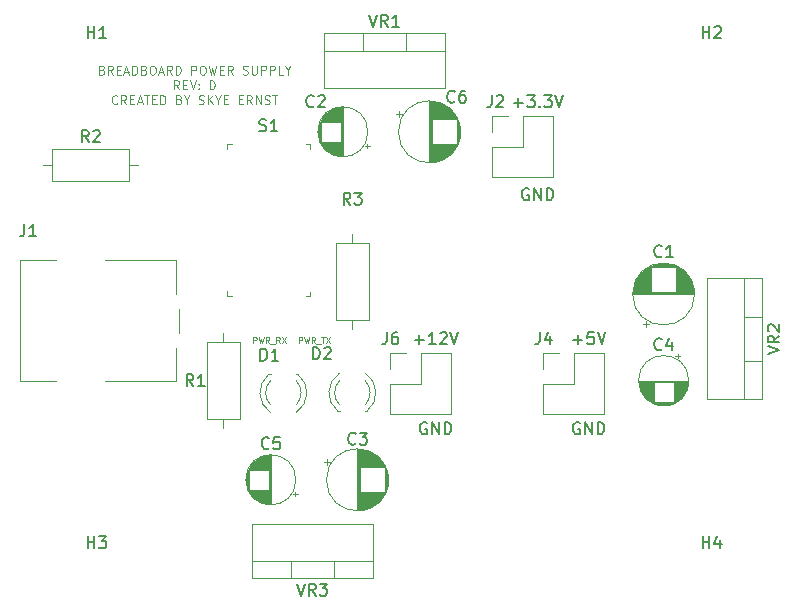
<source format=gbr>
G04 #@! TF.GenerationSoftware,KiCad,Pcbnew,(5.1.4)-1*
G04 #@! TF.CreationDate,2019-12-07T06:36:36-05:00*
G04 #@! TF.ProjectId,BBPSU_Dsch,42425053-555f-4447-9363-682e6b696361,rev?*
G04 #@! TF.SameCoordinates,Original*
G04 #@! TF.FileFunction,Legend,Top*
G04 #@! TF.FilePolarity,Positive*
%FSLAX46Y46*%
G04 Gerber Fmt 4.6, Leading zero omitted, Abs format (unit mm)*
G04 Created by KiCad (PCBNEW (5.1.4)-1) date 2019-12-07 06:36:36*
%MOMM*%
%LPD*%
G04 APERTURE LIST*
%ADD10C,0.125000*%
%ADD11C,0.150000*%
%ADD12C,0.120000*%
%ADD13C,0.100000*%
G04 APERTURE END LIST*
D10*
X49981428Y-29811428D02*
X50088571Y-29847142D01*
X50124285Y-29882857D01*
X50160000Y-29954285D01*
X50160000Y-30061428D01*
X50124285Y-30132857D01*
X50088571Y-30168571D01*
X50017142Y-30204285D01*
X49731428Y-30204285D01*
X49731428Y-29454285D01*
X49981428Y-29454285D01*
X50052857Y-29490000D01*
X50088571Y-29525714D01*
X50124285Y-29597142D01*
X50124285Y-29668571D01*
X50088571Y-29740000D01*
X50052857Y-29775714D01*
X49981428Y-29811428D01*
X49731428Y-29811428D01*
X50910000Y-30204285D02*
X50660000Y-29847142D01*
X50481428Y-30204285D02*
X50481428Y-29454285D01*
X50767142Y-29454285D01*
X50838571Y-29490000D01*
X50874285Y-29525714D01*
X50910000Y-29597142D01*
X50910000Y-29704285D01*
X50874285Y-29775714D01*
X50838571Y-29811428D01*
X50767142Y-29847142D01*
X50481428Y-29847142D01*
X51231428Y-29811428D02*
X51481428Y-29811428D01*
X51588571Y-30204285D02*
X51231428Y-30204285D01*
X51231428Y-29454285D01*
X51588571Y-29454285D01*
X51874285Y-29990000D02*
X52231428Y-29990000D01*
X51802857Y-30204285D02*
X52052857Y-29454285D01*
X52302857Y-30204285D01*
X52552857Y-30204285D02*
X52552857Y-29454285D01*
X52731428Y-29454285D01*
X52838571Y-29490000D01*
X52910000Y-29561428D01*
X52945714Y-29632857D01*
X52981428Y-29775714D01*
X52981428Y-29882857D01*
X52945714Y-30025714D01*
X52910000Y-30097142D01*
X52838571Y-30168571D01*
X52731428Y-30204285D01*
X52552857Y-30204285D01*
X53552857Y-29811428D02*
X53660000Y-29847142D01*
X53695714Y-29882857D01*
X53731428Y-29954285D01*
X53731428Y-30061428D01*
X53695714Y-30132857D01*
X53660000Y-30168571D01*
X53588571Y-30204285D01*
X53302857Y-30204285D01*
X53302857Y-29454285D01*
X53552857Y-29454285D01*
X53624285Y-29490000D01*
X53660000Y-29525714D01*
X53695714Y-29597142D01*
X53695714Y-29668571D01*
X53660000Y-29740000D01*
X53624285Y-29775714D01*
X53552857Y-29811428D01*
X53302857Y-29811428D01*
X54195714Y-29454285D02*
X54338571Y-29454285D01*
X54410000Y-29490000D01*
X54481428Y-29561428D01*
X54517142Y-29704285D01*
X54517142Y-29954285D01*
X54481428Y-30097142D01*
X54410000Y-30168571D01*
X54338571Y-30204285D01*
X54195714Y-30204285D01*
X54124285Y-30168571D01*
X54052857Y-30097142D01*
X54017142Y-29954285D01*
X54017142Y-29704285D01*
X54052857Y-29561428D01*
X54124285Y-29490000D01*
X54195714Y-29454285D01*
X54802857Y-29990000D02*
X55160000Y-29990000D01*
X54731428Y-30204285D02*
X54981428Y-29454285D01*
X55231428Y-30204285D01*
X55910000Y-30204285D02*
X55660000Y-29847142D01*
X55481428Y-30204285D02*
X55481428Y-29454285D01*
X55767142Y-29454285D01*
X55838571Y-29490000D01*
X55874285Y-29525714D01*
X55910000Y-29597142D01*
X55910000Y-29704285D01*
X55874285Y-29775714D01*
X55838571Y-29811428D01*
X55767142Y-29847142D01*
X55481428Y-29847142D01*
X56231428Y-30204285D02*
X56231428Y-29454285D01*
X56410000Y-29454285D01*
X56517142Y-29490000D01*
X56588571Y-29561428D01*
X56624285Y-29632857D01*
X56660000Y-29775714D01*
X56660000Y-29882857D01*
X56624285Y-30025714D01*
X56588571Y-30097142D01*
X56517142Y-30168571D01*
X56410000Y-30204285D01*
X56231428Y-30204285D01*
X57552857Y-30204285D02*
X57552857Y-29454285D01*
X57838571Y-29454285D01*
X57910000Y-29490000D01*
X57945714Y-29525714D01*
X57981428Y-29597142D01*
X57981428Y-29704285D01*
X57945714Y-29775714D01*
X57910000Y-29811428D01*
X57838571Y-29847142D01*
X57552857Y-29847142D01*
X58445714Y-29454285D02*
X58588571Y-29454285D01*
X58660000Y-29490000D01*
X58731428Y-29561428D01*
X58767142Y-29704285D01*
X58767142Y-29954285D01*
X58731428Y-30097142D01*
X58660000Y-30168571D01*
X58588571Y-30204285D01*
X58445714Y-30204285D01*
X58374285Y-30168571D01*
X58302857Y-30097142D01*
X58267142Y-29954285D01*
X58267142Y-29704285D01*
X58302857Y-29561428D01*
X58374285Y-29490000D01*
X58445714Y-29454285D01*
X59017142Y-29454285D02*
X59195714Y-30204285D01*
X59338571Y-29668571D01*
X59481428Y-30204285D01*
X59660000Y-29454285D01*
X59945714Y-29811428D02*
X60195714Y-29811428D01*
X60302857Y-30204285D02*
X59945714Y-30204285D01*
X59945714Y-29454285D01*
X60302857Y-29454285D01*
X61052857Y-30204285D02*
X60802857Y-29847142D01*
X60624285Y-30204285D02*
X60624285Y-29454285D01*
X60910000Y-29454285D01*
X60981428Y-29490000D01*
X61017142Y-29525714D01*
X61052857Y-29597142D01*
X61052857Y-29704285D01*
X61017142Y-29775714D01*
X60981428Y-29811428D01*
X60910000Y-29847142D01*
X60624285Y-29847142D01*
X61910000Y-30168571D02*
X62017142Y-30204285D01*
X62195714Y-30204285D01*
X62267142Y-30168571D01*
X62302857Y-30132857D01*
X62338571Y-30061428D01*
X62338571Y-29990000D01*
X62302857Y-29918571D01*
X62267142Y-29882857D01*
X62195714Y-29847142D01*
X62052857Y-29811428D01*
X61981428Y-29775714D01*
X61945714Y-29740000D01*
X61910000Y-29668571D01*
X61910000Y-29597142D01*
X61945714Y-29525714D01*
X61981428Y-29490000D01*
X62052857Y-29454285D01*
X62231428Y-29454285D01*
X62338571Y-29490000D01*
X62660000Y-29454285D02*
X62660000Y-30061428D01*
X62695714Y-30132857D01*
X62731428Y-30168571D01*
X62802857Y-30204285D01*
X62945714Y-30204285D01*
X63017142Y-30168571D01*
X63052857Y-30132857D01*
X63088571Y-30061428D01*
X63088571Y-29454285D01*
X63445714Y-30204285D02*
X63445714Y-29454285D01*
X63731428Y-29454285D01*
X63802857Y-29490000D01*
X63838571Y-29525714D01*
X63874285Y-29597142D01*
X63874285Y-29704285D01*
X63838571Y-29775714D01*
X63802857Y-29811428D01*
X63731428Y-29847142D01*
X63445714Y-29847142D01*
X64195714Y-30204285D02*
X64195714Y-29454285D01*
X64481428Y-29454285D01*
X64552857Y-29490000D01*
X64588571Y-29525714D01*
X64624285Y-29597142D01*
X64624285Y-29704285D01*
X64588571Y-29775714D01*
X64552857Y-29811428D01*
X64481428Y-29847142D01*
X64195714Y-29847142D01*
X65302857Y-30204285D02*
X64945714Y-30204285D01*
X64945714Y-29454285D01*
X65695714Y-29847142D02*
X65695714Y-30204285D01*
X65445714Y-29454285D02*
X65695714Y-29847142D01*
X65945714Y-29454285D01*
X56517142Y-31454285D02*
X56267142Y-31097142D01*
X56088571Y-31454285D02*
X56088571Y-30704285D01*
X56374285Y-30704285D01*
X56445714Y-30740000D01*
X56481428Y-30775714D01*
X56517142Y-30847142D01*
X56517142Y-30954285D01*
X56481428Y-31025714D01*
X56445714Y-31061428D01*
X56374285Y-31097142D01*
X56088571Y-31097142D01*
X56838571Y-31061428D02*
X57088571Y-31061428D01*
X57195714Y-31454285D02*
X56838571Y-31454285D01*
X56838571Y-30704285D01*
X57195714Y-30704285D01*
X57410000Y-30704285D02*
X57660000Y-31454285D01*
X57910000Y-30704285D01*
X58160000Y-31382857D02*
X58195714Y-31418571D01*
X58160000Y-31454285D01*
X58124285Y-31418571D01*
X58160000Y-31382857D01*
X58160000Y-31454285D01*
X58160000Y-30990000D02*
X58195714Y-31025714D01*
X58160000Y-31061428D01*
X58124285Y-31025714D01*
X58160000Y-30990000D01*
X58160000Y-31061428D01*
X59088571Y-31454285D02*
X59088571Y-30704285D01*
X59267142Y-30704285D01*
X59374285Y-30740000D01*
X59445714Y-30811428D01*
X59481428Y-30882857D01*
X59517142Y-31025714D01*
X59517142Y-31132857D01*
X59481428Y-31275714D01*
X59445714Y-31347142D01*
X59374285Y-31418571D01*
X59267142Y-31454285D01*
X59088571Y-31454285D01*
X51285000Y-32632857D02*
X51249285Y-32668571D01*
X51142142Y-32704285D01*
X51070714Y-32704285D01*
X50963571Y-32668571D01*
X50892142Y-32597142D01*
X50856428Y-32525714D01*
X50820714Y-32382857D01*
X50820714Y-32275714D01*
X50856428Y-32132857D01*
X50892142Y-32061428D01*
X50963571Y-31990000D01*
X51070714Y-31954285D01*
X51142142Y-31954285D01*
X51249285Y-31990000D01*
X51285000Y-32025714D01*
X52035000Y-32704285D02*
X51785000Y-32347142D01*
X51606428Y-32704285D02*
X51606428Y-31954285D01*
X51892142Y-31954285D01*
X51963571Y-31990000D01*
X51999285Y-32025714D01*
X52035000Y-32097142D01*
X52035000Y-32204285D01*
X51999285Y-32275714D01*
X51963571Y-32311428D01*
X51892142Y-32347142D01*
X51606428Y-32347142D01*
X52356428Y-32311428D02*
X52606428Y-32311428D01*
X52713571Y-32704285D02*
X52356428Y-32704285D01*
X52356428Y-31954285D01*
X52713571Y-31954285D01*
X52999285Y-32490000D02*
X53356428Y-32490000D01*
X52927857Y-32704285D02*
X53177857Y-31954285D01*
X53427857Y-32704285D01*
X53570714Y-31954285D02*
X53999285Y-31954285D01*
X53785000Y-32704285D02*
X53785000Y-31954285D01*
X54249285Y-32311428D02*
X54499285Y-32311428D01*
X54606428Y-32704285D02*
X54249285Y-32704285D01*
X54249285Y-31954285D01*
X54606428Y-31954285D01*
X54927857Y-32704285D02*
X54927857Y-31954285D01*
X55106428Y-31954285D01*
X55213571Y-31990000D01*
X55285000Y-32061428D01*
X55320714Y-32132857D01*
X55356428Y-32275714D01*
X55356428Y-32382857D01*
X55320714Y-32525714D01*
X55285000Y-32597142D01*
X55213571Y-32668571D01*
X55106428Y-32704285D01*
X54927857Y-32704285D01*
X56499285Y-32311428D02*
X56606428Y-32347142D01*
X56642142Y-32382857D01*
X56677857Y-32454285D01*
X56677857Y-32561428D01*
X56642142Y-32632857D01*
X56606428Y-32668571D01*
X56535000Y-32704285D01*
X56249285Y-32704285D01*
X56249285Y-31954285D01*
X56499285Y-31954285D01*
X56570714Y-31990000D01*
X56606428Y-32025714D01*
X56642142Y-32097142D01*
X56642142Y-32168571D01*
X56606428Y-32240000D01*
X56570714Y-32275714D01*
X56499285Y-32311428D01*
X56249285Y-32311428D01*
X57142142Y-32347142D02*
X57142142Y-32704285D01*
X56892142Y-31954285D02*
X57142142Y-32347142D01*
X57392142Y-31954285D01*
X58177857Y-32668571D02*
X58285000Y-32704285D01*
X58463571Y-32704285D01*
X58535000Y-32668571D01*
X58570714Y-32632857D01*
X58606428Y-32561428D01*
X58606428Y-32490000D01*
X58570714Y-32418571D01*
X58535000Y-32382857D01*
X58463571Y-32347142D01*
X58320714Y-32311428D01*
X58249285Y-32275714D01*
X58213571Y-32240000D01*
X58177857Y-32168571D01*
X58177857Y-32097142D01*
X58213571Y-32025714D01*
X58249285Y-31990000D01*
X58320714Y-31954285D01*
X58499285Y-31954285D01*
X58606428Y-31990000D01*
X58927857Y-32704285D02*
X58927857Y-31954285D01*
X59356428Y-32704285D02*
X59035000Y-32275714D01*
X59356428Y-31954285D02*
X58927857Y-32382857D01*
X59820714Y-32347142D02*
X59820714Y-32704285D01*
X59570714Y-31954285D02*
X59820714Y-32347142D01*
X60070714Y-31954285D01*
X60320714Y-32311428D02*
X60570714Y-32311428D01*
X60677857Y-32704285D02*
X60320714Y-32704285D01*
X60320714Y-31954285D01*
X60677857Y-31954285D01*
X61570714Y-32311428D02*
X61820714Y-32311428D01*
X61927857Y-32704285D02*
X61570714Y-32704285D01*
X61570714Y-31954285D01*
X61927857Y-31954285D01*
X62677857Y-32704285D02*
X62427857Y-32347142D01*
X62249285Y-32704285D02*
X62249285Y-31954285D01*
X62535000Y-31954285D01*
X62606428Y-31990000D01*
X62642142Y-32025714D01*
X62677857Y-32097142D01*
X62677857Y-32204285D01*
X62642142Y-32275714D01*
X62606428Y-32311428D01*
X62535000Y-32347142D01*
X62249285Y-32347142D01*
X62999285Y-32704285D02*
X62999285Y-31954285D01*
X63427857Y-32704285D01*
X63427857Y-31954285D01*
X63749285Y-32668571D02*
X63856428Y-32704285D01*
X64035000Y-32704285D01*
X64106428Y-32668571D01*
X64142142Y-32632857D01*
X64177857Y-32561428D01*
X64177857Y-32490000D01*
X64142142Y-32418571D01*
X64106428Y-32382857D01*
X64035000Y-32347142D01*
X63892142Y-32311428D01*
X63820714Y-32275714D01*
X63785000Y-32240000D01*
X63749285Y-32168571D01*
X63749285Y-32097142D01*
X63785000Y-32025714D01*
X63820714Y-31990000D01*
X63892142Y-31954285D01*
X64070714Y-31954285D01*
X64177857Y-31990000D01*
X64392142Y-31954285D02*
X64820714Y-31954285D01*
X64606428Y-32704285D02*
X64606428Y-31954285D01*
X66659285Y-52931190D02*
X66659285Y-52431190D01*
X66849761Y-52431190D01*
X66897380Y-52455000D01*
X66921190Y-52478809D01*
X66945000Y-52526428D01*
X66945000Y-52597857D01*
X66921190Y-52645476D01*
X66897380Y-52669285D01*
X66849761Y-52693095D01*
X66659285Y-52693095D01*
X67111666Y-52431190D02*
X67230714Y-52931190D01*
X67325952Y-52574047D01*
X67421190Y-52931190D01*
X67540238Y-52431190D01*
X68016428Y-52931190D02*
X67849761Y-52693095D01*
X67730714Y-52931190D02*
X67730714Y-52431190D01*
X67921190Y-52431190D01*
X67968809Y-52455000D01*
X67992619Y-52478809D01*
X68016428Y-52526428D01*
X68016428Y-52597857D01*
X67992619Y-52645476D01*
X67968809Y-52669285D01*
X67921190Y-52693095D01*
X67730714Y-52693095D01*
X68111666Y-52978809D02*
X68492619Y-52978809D01*
X68540238Y-52431190D02*
X68825952Y-52431190D01*
X68683095Y-52931190D02*
X68683095Y-52431190D01*
X68945000Y-52431190D02*
X69278333Y-52931190D01*
X69278333Y-52431190D02*
X68945000Y-52931190D01*
X62789761Y-52931190D02*
X62789761Y-52431190D01*
X62980238Y-52431190D01*
X63027857Y-52455000D01*
X63051666Y-52478809D01*
X63075476Y-52526428D01*
X63075476Y-52597857D01*
X63051666Y-52645476D01*
X63027857Y-52669285D01*
X62980238Y-52693095D01*
X62789761Y-52693095D01*
X63242142Y-52431190D02*
X63361190Y-52931190D01*
X63456428Y-52574047D01*
X63551666Y-52931190D01*
X63670714Y-52431190D01*
X64146904Y-52931190D02*
X63980238Y-52693095D01*
X63861190Y-52931190D02*
X63861190Y-52431190D01*
X64051666Y-52431190D01*
X64099285Y-52455000D01*
X64123095Y-52478809D01*
X64146904Y-52526428D01*
X64146904Y-52597857D01*
X64123095Y-52645476D01*
X64099285Y-52669285D01*
X64051666Y-52693095D01*
X63861190Y-52693095D01*
X64242142Y-52978809D02*
X64623095Y-52978809D01*
X65027857Y-52931190D02*
X64861190Y-52693095D01*
X64742142Y-52931190D02*
X64742142Y-52431190D01*
X64932619Y-52431190D01*
X64980238Y-52455000D01*
X65004047Y-52478809D01*
X65027857Y-52526428D01*
X65027857Y-52597857D01*
X65004047Y-52645476D01*
X64980238Y-52669285D01*
X64932619Y-52693095D01*
X64742142Y-52693095D01*
X65194523Y-52431190D02*
X65527857Y-52931190D01*
X65527857Y-52431190D02*
X65194523Y-52931190D01*
D11*
X86106095Y-39886000D02*
X86010857Y-39838380D01*
X85868000Y-39838380D01*
X85725142Y-39886000D01*
X85629904Y-39981238D01*
X85582285Y-40076476D01*
X85534666Y-40266952D01*
X85534666Y-40409809D01*
X85582285Y-40600285D01*
X85629904Y-40695523D01*
X85725142Y-40790761D01*
X85868000Y-40838380D01*
X85963238Y-40838380D01*
X86106095Y-40790761D01*
X86153714Y-40743142D01*
X86153714Y-40409809D01*
X85963238Y-40409809D01*
X86582285Y-40838380D02*
X86582285Y-39838380D01*
X87153714Y-40838380D01*
X87153714Y-39838380D01*
X87629904Y-40838380D02*
X87629904Y-39838380D01*
X87868000Y-39838380D01*
X88010857Y-39886000D01*
X88106095Y-39981238D01*
X88153714Y-40076476D01*
X88201333Y-40266952D01*
X88201333Y-40409809D01*
X88153714Y-40600285D01*
X88106095Y-40695523D01*
X88010857Y-40790761D01*
X87868000Y-40838380D01*
X87629904Y-40838380D01*
X84868000Y-32583428D02*
X85629904Y-32583428D01*
X85248952Y-32964380D02*
X85248952Y-32202476D01*
X86010857Y-31964380D02*
X86629904Y-31964380D01*
X86296571Y-32345333D01*
X86439428Y-32345333D01*
X86534666Y-32392952D01*
X86582285Y-32440571D01*
X86629904Y-32535809D01*
X86629904Y-32773904D01*
X86582285Y-32869142D01*
X86534666Y-32916761D01*
X86439428Y-32964380D01*
X86153714Y-32964380D01*
X86058476Y-32916761D01*
X86010857Y-32869142D01*
X87058476Y-32869142D02*
X87106095Y-32916761D01*
X87058476Y-32964380D01*
X87010857Y-32916761D01*
X87058476Y-32869142D01*
X87058476Y-32964380D01*
X87439428Y-31964380D02*
X88058476Y-31964380D01*
X87725142Y-32345333D01*
X87868000Y-32345333D01*
X87963238Y-32392952D01*
X88010857Y-32440571D01*
X88058476Y-32535809D01*
X88058476Y-32773904D01*
X88010857Y-32869142D01*
X87963238Y-32916761D01*
X87868000Y-32964380D01*
X87582285Y-32964380D01*
X87487047Y-32916761D01*
X87439428Y-32869142D01*
X88344190Y-31964380D02*
X88677523Y-32964380D01*
X89010857Y-31964380D01*
X90424095Y-59698000D02*
X90328857Y-59650380D01*
X90186000Y-59650380D01*
X90043142Y-59698000D01*
X89947904Y-59793238D01*
X89900285Y-59888476D01*
X89852666Y-60078952D01*
X89852666Y-60221809D01*
X89900285Y-60412285D01*
X89947904Y-60507523D01*
X90043142Y-60602761D01*
X90186000Y-60650380D01*
X90281238Y-60650380D01*
X90424095Y-60602761D01*
X90471714Y-60555142D01*
X90471714Y-60221809D01*
X90281238Y-60221809D01*
X90900285Y-60650380D02*
X90900285Y-59650380D01*
X91471714Y-60650380D01*
X91471714Y-59650380D01*
X91947904Y-60650380D02*
X91947904Y-59650380D01*
X92186000Y-59650380D01*
X92328857Y-59698000D01*
X92424095Y-59793238D01*
X92471714Y-59888476D01*
X92519333Y-60078952D01*
X92519333Y-60221809D01*
X92471714Y-60412285D01*
X92424095Y-60507523D01*
X92328857Y-60602761D01*
X92186000Y-60650380D01*
X91947904Y-60650380D01*
X89900285Y-52649428D02*
X90662190Y-52649428D01*
X90281238Y-53030380D02*
X90281238Y-52268476D01*
X91614571Y-52030380D02*
X91138380Y-52030380D01*
X91090761Y-52506571D01*
X91138380Y-52458952D01*
X91233619Y-52411333D01*
X91471714Y-52411333D01*
X91566952Y-52458952D01*
X91614571Y-52506571D01*
X91662190Y-52601809D01*
X91662190Y-52839904D01*
X91614571Y-52935142D01*
X91566952Y-52982761D01*
X91471714Y-53030380D01*
X91233619Y-53030380D01*
X91138380Y-52982761D01*
X91090761Y-52935142D01*
X91947904Y-52030380D02*
X92281238Y-53030380D01*
X92614571Y-52030380D01*
X77470095Y-59698000D02*
X77374857Y-59650380D01*
X77232000Y-59650380D01*
X77089142Y-59698000D01*
X76993904Y-59793238D01*
X76946285Y-59888476D01*
X76898666Y-60078952D01*
X76898666Y-60221809D01*
X76946285Y-60412285D01*
X76993904Y-60507523D01*
X77089142Y-60602761D01*
X77232000Y-60650380D01*
X77327238Y-60650380D01*
X77470095Y-60602761D01*
X77517714Y-60555142D01*
X77517714Y-60221809D01*
X77327238Y-60221809D01*
X77946285Y-60650380D02*
X77946285Y-59650380D01*
X78517714Y-60650380D01*
X78517714Y-59650380D01*
X78993904Y-60650380D02*
X78993904Y-59650380D01*
X79232000Y-59650380D01*
X79374857Y-59698000D01*
X79470095Y-59793238D01*
X79517714Y-59888476D01*
X79565333Y-60078952D01*
X79565333Y-60221809D01*
X79517714Y-60412285D01*
X79470095Y-60507523D01*
X79374857Y-60602761D01*
X79232000Y-60650380D01*
X78993904Y-60650380D01*
X76470095Y-52649428D02*
X77232000Y-52649428D01*
X76851047Y-53030380D02*
X76851047Y-52268476D01*
X78232000Y-53030380D02*
X77660571Y-53030380D01*
X77946285Y-53030380D02*
X77946285Y-52030380D01*
X77851047Y-52173238D01*
X77755809Y-52268476D01*
X77660571Y-52316095D01*
X78612952Y-52125619D02*
X78660571Y-52078000D01*
X78755809Y-52030380D01*
X78993904Y-52030380D01*
X79089142Y-52078000D01*
X79136761Y-52125619D01*
X79184380Y-52220857D01*
X79184380Y-52316095D01*
X79136761Y-52458952D01*
X78565333Y-53030380D01*
X79184380Y-53030380D01*
X79470095Y-52030380D02*
X79803428Y-53030380D01*
X80136761Y-52030380D01*
D12*
X82998000Y-38922000D02*
X82998000Y-36322000D01*
X82998000Y-38922000D02*
X88198000Y-38922000D01*
X88198000Y-38922000D02*
X88198000Y-33722000D01*
X85598000Y-33722000D02*
X88198000Y-33722000D01*
X85598000Y-36322000D02*
X85598000Y-33722000D01*
X82998000Y-36322000D02*
X85598000Y-36322000D01*
X82998000Y-33722000D02*
X84328000Y-33722000D01*
X82998000Y-35052000D02*
X82998000Y-33722000D01*
X100156000Y-48788000D02*
G75*
G03X100156000Y-48788000I-2620000J0D01*
G01*
X94956000Y-48788000D02*
X100116000Y-48788000D01*
X94956000Y-48748000D02*
X100116000Y-48748000D01*
X94957000Y-48708000D02*
X100115000Y-48708000D01*
X94958000Y-48668000D02*
X100114000Y-48668000D01*
X94960000Y-48628000D02*
X100112000Y-48628000D01*
X94963000Y-48588000D02*
X100109000Y-48588000D01*
X94967000Y-48548000D02*
X96496000Y-48548000D01*
X98576000Y-48548000D02*
X100105000Y-48548000D01*
X94971000Y-48508000D02*
X96496000Y-48508000D01*
X98576000Y-48508000D02*
X100101000Y-48508000D01*
X94975000Y-48468000D02*
X96496000Y-48468000D01*
X98576000Y-48468000D02*
X100097000Y-48468000D01*
X94980000Y-48428000D02*
X96496000Y-48428000D01*
X98576000Y-48428000D02*
X100092000Y-48428000D01*
X94986000Y-48388000D02*
X96496000Y-48388000D01*
X98576000Y-48388000D02*
X100086000Y-48388000D01*
X94993000Y-48348000D02*
X96496000Y-48348000D01*
X98576000Y-48348000D02*
X100079000Y-48348000D01*
X95000000Y-48308000D02*
X96496000Y-48308000D01*
X98576000Y-48308000D02*
X100072000Y-48308000D01*
X95008000Y-48268000D02*
X96496000Y-48268000D01*
X98576000Y-48268000D02*
X100064000Y-48268000D01*
X95016000Y-48228000D02*
X96496000Y-48228000D01*
X98576000Y-48228000D02*
X100056000Y-48228000D01*
X95025000Y-48188000D02*
X96496000Y-48188000D01*
X98576000Y-48188000D02*
X100047000Y-48188000D01*
X95035000Y-48148000D02*
X96496000Y-48148000D01*
X98576000Y-48148000D02*
X100037000Y-48148000D01*
X95045000Y-48108000D02*
X96496000Y-48108000D01*
X98576000Y-48108000D02*
X100027000Y-48108000D01*
X95056000Y-48067000D02*
X96496000Y-48067000D01*
X98576000Y-48067000D02*
X100016000Y-48067000D01*
X95068000Y-48027000D02*
X96496000Y-48027000D01*
X98576000Y-48027000D02*
X100004000Y-48027000D01*
X95081000Y-47987000D02*
X96496000Y-47987000D01*
X98576000Y-47987000D02*
X99991000Y-47987000D01*
X95094000Y-47947000D02*
X96496000Y-47947000D01*
X98576000Y-47947000D02*
X99978000Y-47947000D01*
X95108000Y-47907000D02*
X96496000Y-47907000D01*
X98576000Y-47907000D02*
X99964000Y-47907000D01*
X95122000Y-47867000D02*
X96496000Y-47867000D01*
X98576000Y-47867000D02*
X99950000Y-47867000D01*
X95138000Y-47827000D02*
X96496000Y-47827000D01*
X98576000Y-47827000D02*
X99934000Y-47827000D01*
X95154000Y-47787000D02*
X96496000Y-47787000D01*
X98576000Y-47787000D02*
X99918000Y-47787000D01*
X95171000Y-47747000D02*
X96496000Y-47747000D01*
X98576000Y-47747000D02*
X99901000Y-47747000D01*
X95188000Y-47707000D02*
X96496000Y-47707000D01*
X98576000Y-47707000D02*
X99884000Y-47707000D01*
X95207000Y-47667000D02*
X96496000Y-47667000D01*
X98576000Y-47667000D02*
X99865000Y-47667000D01*
X95226000Y-47627000D02*
X96496000Y-47627000D01*
X98576000Y-47627000D02*
X99846000Y-47627000D01*
X95246000Y-47587000D02*
X96496000Y-47587000D01*
X98576000Y-47587000D02*
X99826000Y-47587000D01*
X95268000Y-47547000D02*
X96496000Y-47547000D01*
X98576000Y-47547000D02*
X99804000Y-47547000D01*
X95289000Y-47507000D02*
X96496000Y-47507000D01*
X98576000Y-47507000D02*
X99783000Y-47507000D01*
X95312000Y-47467000D02*
X96496000Y-47467000D01*
X98576000Y-47467000D02*
X99760000Y-47467000D01*
X95336000Y-47427000D02*
X96496000Y-47427000D01*
X98576000Y-47427000D02*
X99736000Y-47427000D01*
X95361000Y-47387000D02*
X96496000Y-47387000D01*
X98576000Y-47387000D02*
X99711000Y-47387000D01*
X95387000Y-47347000D02*
X96496000Y-47347000D01*
X98576000Y-47347000D02*
X99685000Y-47347000D01*
X95414000Y-47307000D02*
X96496000Y-47307000D01*
X98576000Y-47307000D02*
X99658000Y-47307000D01*
X95441000Y-47267000D02*
X96496000Y-47267000D01*
X98576000Y-47267000D02*
X99631000Y-47267000D01*
X95471000Y-47227000D02*
X96496000Y-47227000D01*
X98576000Y-47227000D02*
X99601000Y-47227000D01*
X95501000Y-47187000D02*
X96496000Y-47187000D01*
X98576000Y-47187000D02*
X99571000Y-47187000D01*
X95532000Y-47147000D02*
X96496000Y-47147000D01*
X98576000Y-47147000D02*
X99540000Y-47147000D01*
X95565000Y-47107000D02*
X96496000Y-47107000D01*
X98576000Y-47107000D02*
X99507000Y-47107000D01*
X95599000Y-47067000D02*
X96496000Y-47067000D01*
X98576000Y-47067000D02*
X99473000Y-47067000D01*
X95635000Y-47027000D02*
X96496000Y-47027000D01*
X98576000Y-47027000D02*
X99437000Y-47027000D01*
X95672000Y-46987000D02*
X96496000Y-46987000D01*
X98576000Y-46987000D02*
X99400000Y-46987000D01*
X95710000Y-46947000D02*
X96496000Y-46947000D01*
X98576000Y-46947000D02*
X99362000Y-46947000D01*
X95751000Y-46907000D02*
X96496000Y-46907000D01*
X98576000Y-46907000D02*
X99321000Y-46907000D01*
X95793000Y-46867000D02*
X96496000Y-46867000D01*
X98576000Y-46867000D02*
X99279000Y-46867000D01*
X95837000Y-46827000D02*
X96496000Y-46827000D01*
X98576000Y-46827000D02*
X99235000Y-46827000D01*
X95883000Y-46787000D02*
X96496000Y-46787000D01*
X98576000Y-46787000D02*
X99189000Y-46787000D01*
X95931000Y-46747000D02*
X96496000Y-46747000D01*
X98576000Y-46747000D02*
X99141000Y-46747000D01*
X95982000Y-46707000D02*
X96496000Y-46707000D01*
X98576000Y-46707000D02*
X99090000Y-46707000D01*
X96036000Y-46667000D02*
X96496000Y-46667000D01*
X98576000Y-46667000D02*
X99036000Y-46667000D01*
X96093000Y-46627000D02*
X96496000Y-46627000D01*
X98576000Y-46627000D02*
X98979000Y-46627000D01*
X96153000Y-46587000D02*
X96496000Y-46587000D01*
X98576000Y-46587000D02*
X98919000Y-46587000D01*
X96217000Y-46547000D02*
X96496000Y-46547000D01*
X98576000Y-46547000D02*
X98855000Y-46547000D01*
X96285000Y-46507000D02*
X96496000Y-46507000D01*
X98576000Y-46507000D02*
X98787000Y-46507000D01*
X96358000Y-46467000D02*
X98714000Y-46467000D01*
X96438000Y-46427000D02*
X98634000Y-46427000D01*
X96525000Y-46387000D02*
X98547000Y-46387000D01*
X96621000Y-46347000D02*
X98451000Y-46347000D01*
X96731000Y-46307000D02*
X98341000Y-46307000D01*
X96859000Y-46267000D02*
X98213000Y-46267000D01*
X97018000Y-46227000D02*
X98054000Y-46227000D01*
X97252000Y-46187000D02*
X97820000Y-46187000D01*
X96061000Y-51592775D02*
X96061000Y-51092775D01*
X95811000Y-51342775D02*
X96311000Y-51342775D01*
X72494000Y-35052000D02*
G75*
G03X72494000Y-35052000I-2120000J0D01*
G01*
X70374000Y-37132000D02*
X70374000Y-32972000D01*
X70334000Y-37132000D02*
X70334000Y-32972000D01*
X70294000Y-37131000D02*
X70294000Y-32973000D01*
X70254000Y-37129000D02*
X70254000Y-32975000D01*
X70214000Y-37126000D02*
X70214000Y-32978000D01*
X70174000Y-37123000D02*
X70174000Y-35892000D01*
X70174000Y-34212000D02*
X70174000Y-32981000D01*
X70134000Y-37119000D02*
X70134000Y-35892000D01*
X70134000Y-34212000D02*
X70134000Y-32985000D01*
X70094000Y-37114000D02*
X70094000Y-35892000D01*
X70094000Y-34212000D02*
X70094000Y-32990000D01*
X70054000Y-37108000D02*
X70054000Y-35892000D01*
X70054000Y-34212000D02*
X70054000Y-32996000D01*
X70014000Y-37102000D02*
X70014000Y-35892000D01*
X70014000Y-34212000D02*
X70014000Y-33002000D01*
X69974000Y-37094000D02*
X69974000Y-35892000D01*
X69974000Y-34212000D02*
X69974000Y-33010000D01*
X69934000Y-37086000D02*
X69934000Y-35892000D01*
X69934000Y-34212000D02*
X69934000Y-33018000D01*
X69894000Y-37077000D02*
X69894000Y-35892000D01*
X69894000Y-34212000D02*
X69894000Y-33027000D01*
X69854000Y-37068000D02*
X69854000Y-35892000D01*
X69854000Y-34212000D02*
X69854000Y-33036000D01*
X69814000Y-37057000D02*
X69814000Y-35892000D01*
X69814000Y-34212000D02*
X69814000Y-33047000D01*
X69774000Y-37046000D02*
X69774000Y-35892000D01*
X69774000Y-34212000D02*
X69774000Y-33058000D01*
X69734000Y-37034000D02*
X69734000Y-35892000D01*
X69734000Y-34212000D02*
X69734000Y-33070000D01*
X69694000Y-37020000D02*
X69694000Y-35892000D01*
X69694000Y-34212000D02*
X69694000Y-33084000D01*
X69653000Y-37006000D02*
X69653000Y-35892000D01*
X69653000Y-34212000D02*
X69653000Y-33098000D01*
X69613000Y-36992000D02*
X69613000Y-35892000D01*
X69613000Y-34212000D02*
X69613000Y-33112000D01*
X69573000Y-36976000D02*
X69573000Y-35892000D01*
X69573000Y-34212000D02*
X69573000Y-33128000D01*
X69533000Y-36959000D02*
X69533000Y-35892000D01*
X69533000Y-34212000D02*
X69533000Y-33145000D01*
X69493000Y-36941000D02*
X69493000Y-35892000D01*
X69493000Y-34212000D02*
X69493000Y-33163000D01*
X69453000Y-36922000D02*
X69453000Y-35892000D01*
X69453000Y-34212000D02*
X69453000Y-33182000D01*
X69413000Y-36903000D02*
X69413000Y-35892000D01*
X69413000Y-34212000D02*
X69413000Y-33201000D01*
X69373000Y-36882000D02*
X69373000Y-35892000D01*
X69373000Y-34212000D02*
X69373000Y-33222000D01*
X69333000Y-36860000D02*
X69333000Y-35892000D01*
X69333000Y-34212000D02*
X69333000Y-33244000D01*
X69293000Y-36837000D02*
X69293000Y-35892000D01*
X69293000Y-34212000D02*
X69293000Y-33267000D01*
X69253000Y-36812000D02*
X69253000Y-35892000D01*
X69253000Y-34212000D02*
X69253000Y-33292000D01*
X69213000Y-36787000D02*
X69213000Y-35892000D01*
X69213000Y-34212000D02*
X69213000Y-33317000D01*
X69173000Y-36760000D02*
X69173000Y-35892000D01*
X69173000Y-34212000D02*
X69173000Y-33344000D01*
X69133000Y-36732000D02*
X69133000Y-35892000D01*
X69133000Y-34212000D02*
X69133000Y-33372000D01*
X69093000Y-36702000D02*
X69093000Y-35892000D01*
X69093000Y-34212000D02*
X69093000Y-33402000D01*
X69053000Y-36671000D02*
X69053000Y-35892000D01*
X69053000Y-34212000D02*
X69053000Y-33433000D01*
X69013000Y-36639000D02*
X69013000Y-35892000D01*
X69013000Y-34212000D02*
X69013000Y-33465000D01*
X68973000Y-36604000D02*
X68973000Y-35892000D01*
X68973000Y-34212000D02*
X68973000Y-33500000D01*
X68933000Y-36568000D02*
X68933000Y-35892000D01*
X68933000Y-34212000D02*
X68933000Y-33536000D01*
X68893000Y-36530000D02*
X68893000Y-35892000D01*
X68893000Y-34212000D02*
X68893000Y-33574000D01*
X68853000Y-36490000D02*
X68853000Y-35892000D01*
X68853000Y-34212000D02*
X68853000Y-33614000D01*
X68813000Y-36448000D02*
X68813000Y-35892000D01*
X68813000Y-34212000D02*
X68813000Y-33656000D01*
X68773000Y-36403000D02*
X68773000Y-35892000D01*
X68773000Y-34212000D02*
X68773000Y-33701000D01*
X68733000Y-36356000D02*
X68733000Y-35892000D01*
X68733000Y-34212000D02*
X68733000Y-33748000D01*
X68693000Y-36306000D02*
X68693000Y-35892000D01*
X68693000Y-34212000D02*
X68693000Y-33798000D01*
X68653000Y-36252000D02*
X68653000Y-35892000D01*
X68653000Y-34212000D02*
X68653000Y-33852000D01*
X68613000Y-36194000D02*
X68613000Y-35892000D01*
X68613000Y-34212000D02*
X68613000Y-33910000D01*
X68573000Y-36132000D02*
X68573000Y-35892000D01*
X68573000Y-34212000D02*
X68573000Y-33972000D01*
X68533000Y-36065000D02*
X68533000Y-34039000D01*
X68493000Y-35992000D02*
X68493000Y-34112000D01*
X68453000Y-35911000D02*
X68453000Y-34193000D01*
X68413000Y-35820000D02*
X68413000Y-34284000D01*
X68373000Y-35716000D02*
X68373000Y-34388000D01*
X68333000Y-35589000D02*
X68333000Y-34515000D01*
X68293000Y-35422000D02*
X68293000Y-34682000D01*
X72643801Y-36247000D02*
X72243801Y-36247000D01*
X72443801Y-36447000D02*
X72443801Y-36047000D01*
X74228000Y-64516000D02*
G75*
G03X74228000Y-64516000I-2620000J0D01*
G01*
X71608000Y-61936000D02*
X71608000Y-67096000D01*
X71648000Y-61936000D02*
X71648000Y-67096000D01*
X71688000Y-61937000D02*
X71688000Y-67095000D01*
X71728000Y-61938000D02*
X71728000Y-67094000D01*
X71768000Y-61940000D02*
X71768000Y-67092000D01*
X71808000Y-61943000D02*
X71808000Y-67089000D01*
X71848000Y-61947000D02*
X71848000Y-63476000D01*
X71848000Y-65556000D02*
X71848000Y-67085000D01*
X71888000Y-61951000D02*
X71888000Y-63476000D01*
X71888000Y-65556000D02*
X71888000Y-67081000D01*
X71928000Y-61955000D02*
X71928000Y-63476000D01*
X71928000Y-65556000D02*
X71928000Y-67077000D01*
X71968000Y-61960000D02*
X71968000Y-63476000D01*
X71968000Y-65556000D02*
X71968000Y-67072000D01*
X72008000Y-61966000D02*
X72008000Y-63476000D01*
X72008000Y-65556000D02*
X72008000Y-67066000D01*
X72048000Y-61973000D02*
X72048000Y-63476000D01*
X72048000Y-65556000D02*
X72048000Y-67059000D01*
X72088000Y-61980000D02*
X72088000Y-63476000D01*
X72088000Y-65556000D02*
X72088000Y-67052000D01*
X72128000Y-61988000D02*
X72128000Y-63476000D01*
X72128000Y-65556000D02*
X72128000Y-67044000D01*
X72168000Y-61996000D02*
X72168000Y-63476000D01*
X72168000Y-65556000D02*
X72168000Y-67036000D01*
X72208000Y-62005000D02*
X72208000Y-63476000D01*
X72208000Y-65556000D02*
X72208000Y-67027000D01*
X72248000Y-62015000D02*
X72248000Y-63476000D01*
X72248000Y-65556000D02*
X72248000Y-67017000D01*
X72288000Y-62025000D02*
X72288000Y-63476000D01*
X72288000Y-65556000D02*
X72288000Y-67007000D01*
X72329000Y-62036000D02*
X72329000Y-63476000D01*
X72329000Y-65556000D02*
X72329000Y-66996000D01*
X72369000Y-62048000D02*
X72369000Y-63476000D01*
X72369000Y-65556000D02*
X72369000Y-66984000D01*
X72409000Y-62061000D02*
X72409000Y-63476000D01*
X72409000Y-65556000D02*
X72409000Y-66971000D01*
X72449000Y-62074000D02*
X72449000Y-63476000D01*
X72449000Y-65556000D02*
X72449000Y-66958000D01*
X72489000Y-62088000D02*
X72489000Y-63476000D01*
X72489000Y-65556000D02*
X72489000Y-66944000D01*
X72529000Y-62102000D02*
X72529000Y-63476000D01*
X72529000Y-65556000D02*
X72529000Y-66930000D01*
X72569000Y-62118000D02*
X72569000Y-63476000D01*
X72569000Y-65556000D02*
X72569000Y-66914000D01*
X72609000Y-62134000D02*
X72609000Y-63476000D01*
X72609000Y-65556000D02*
X72609000Y-66898000D01*
X72649000Y-62151000D02*
X72649000Y-63476000D01*
X72649000Y-65556000D02*
X72649000Y-66881000D01*
X72689000Y-62168000D02*
X72689000Y-63476000D01*
X72689000Y-65556000D02*
X72689000Y-66864000D01*
X72729000Y-62187000D02*
X72729000Y-63476000D01*
X72729000Y-65556000D02*
X72729000Y-66845000D01*
X72769000Y-62206000D02*
X72769000Y-63476000D01*
X72769000Y-65556000D02*
X72769000Y-66826000D01*
X72809000Y-62226000D02*
X72809000Y-63476000D01*
X72809000Y-65556000D02*
X72809000Y-66806000D01*
X72849000Y-62248000D02*
X72849000Y-63476000D01*
X72849000Y-65556000D02*
X72849000Y-66784000D01*
X72889000Y-62269000D02*
X72889000Y-63476000D01*
X72889000Y-65556000D02*
X72889000Y-66763000D01*
X72929000Y-62292000D02*
X72929000Y-63476000D01*
X72929000Y-65556000D02*
X72929000Y-66740000D01*
X72969000Y-62316000D02*
X72969000Y-63476000D01*
X72969000Y-65556000D02*
X72969000Y-66716000D01*
X73009000Y-62341000D02*
X73009000Y-63476000D01*
X73009000Y-65556000D02*
X73009000Y-66691000D01*
X73049000Y-62367000D02*
X73049000Y-63476000D01*
X73049000Y-65556000D02*
X73049000Y-66665000D01*
X73089000Y-62394000D02*
X73089000Y-63476000D01*
X73089000Y-65556000D02*
X73089000Y-66638000D01*
X73129000Y-62421000D02*
X73129000Y-63476000D01*
X73129000Y-65556000D02*
X73129000Y-66611000D01*
X73169000Y-62451000D02*
X73169000Y-63476000D01*
X73169000Y-65556000D02*
X73169000Y-66581000D01*
X73209000Y-62481000D02*
X73209000Y-63476000D01*
X73209000Y-65556000D02*
X73209000Y-66551000D01*
X73249000Y-62512000D02*
X73249000Y-63476000D01*
X73249000Y-65556000D02*
X73249000Y-66520000D01*
X73289000Y-62545000D02*
X73289000Y-63476000D01*
X73289000Y-65556000D02*
X73289000Y-66487000D01*
X73329000Y-62579000D02*
X73329000Y-63476000D01*
X73329000Y-65556000D02*
X73329000Y-66453000D01*
X73369000Y-62615000D02*
X73369000Y-63476000D01*
X73369000Y-65556000D02*
X73369000Y-66417000D01*
X73409000Y-62652000D02*
X73409000Y-63476000D01*
X73409000Y-65556000D02*
X73409000Y-66380000D01*
X73449000Y-62690000D02*
X73449000Y-63476000D01*
X73449000Y-65556000D02*
X73449000Y-66342000D01*
X73489000Y-62731000D02*
X73489000Y-63476000D01*
X73489000Y-65556000D02*
X73489000Y-66301000D01*
X73529000Y-62773000D02*
X73529000Y-63476000D01*
X73529000Y-65556000D02*
X73529000Y-66259000D01*
X73569000Y-62817000D02*
X73569000Y-63476000D01*
X73569000Y-65556000D02*
X73569000Y-66215000D01*
X73609000Y-62863000D02*
X73609000Y-63476000D01*
X73609000Y-65556000D02*
X73609000Y-66169000D01*
X73649000Y-62911000D02*
X73649000Y-63476000D01*
X73649000Y-65556000D02*
X73649000Y-66121000D01*
X73689000Y-62962000D02*
X73689000Y-63476000D01*
X73689000Y-65556000D02*
X73689000Y-66070000D01*
X73729000Y-63016000D02*
X73729000Y-63476000D01*
X73729000Y-65556000D02*
X73729000Y-66016000D01*
X73769000Y-63073000D02*
X73769000Y-63476000D01*
X73769000Y-65556000D02*
X73769000Y-65959000D01*
X73809000Y-63133000D02*
X73809000Y-63476000D01*
X73809000Y-65556000D02*
X73809000Y-65899000D01*
X73849000Y-63197000D02*
X73849000Y-63476000D01*
X73849000Y-65556000D02*
X73849000Y-65835000D01*
X73889000Y-63265000D02*
X73889000Y-63476000D01*
X73889000Y-65556000D02*
X73889000Y-65767000D01*
X73929000Y-63338000D02*
X73929000Y-65694000D01*
X73969000Y-63418000D02*
X73969000Y-65614000D01*
X74009000Y-63505000D02*
X74009000Y-65527000D01*
X74049000Y-63601000D02*
X74049000Y-65431000D01*
X74089000Y-63711000D02*
X74089000Y-65321000D01*
X74129000Y-63839000D02*
X74129000Y-65193000D01*
X74169000Y-63998000D02*
X74169000Y-65034000D01*
X74209000Y-64232000D02*
X74209000Y-64800000D01*
X68803225Y-63041000D02*
X69303225Y-63041000D01*
X69053225Y-62791000D02*
X69053225Y-63291000D01*
X99656000Y-56118000D02*
G75*
G03X99656000Y-56118000I-2120000J0D01*
G01*
X99616000Y-56118000D02*
X95456000Y-56118000D01*
X99616000Y-56158000D02*
X95456000Y-56158000D01*
X99615000Y-56198000D02*
X95457000Y-56198000D01*
X99613000Y-56238000D02*
X95459000Y-56238000D01*
X99610000Y-56278000D02*
X95462000Y-56278000D01*
X99607000Y-56318000D02*
X98376000Y-56318000D01*
X96696000Y-56318000D02*
X95465000Y-56318000D01*
X99603000Y-56358000D02*
X98376000Y-56358000D01*
X96696000Y-56358000D02*
X95469000Y-56358000D01*
X99598000Y-56398000D02*
X98376000Y-56398000D01*
X96696000Y-56398000D02*
X95474000Y-56398000D01*
X99592000Y-56438000D02*
X98376000Y-56438000D01*
X96696000Y-56438000D02*
X95480000Y-56438000D01*
X99586000Y-56478000D02*
X98376000Y-56478000D01*
X96696000Y-56478000D02*
X95486000Y-56478000D01*
X99578000Y-56518000D02*
X98376000Y-56518000D01*
X96696000Y-56518000D02*
X95494000Y-56518000D01*
X99570000Y-56558000D02*
X98376000Y-56558000D01*
X96696000Y-56558000D02*
X95502000Y-56558000D01*
X99561000Y-56598000D02*
X98376000Y-56598000D01*
X96696000Y-56598000D02*
X95511000Y-56598000D01*
X99552000Y-56638000D02*
X98376000Y-56638000D01*
X96696000Y-56638000D02*
X95520000Y-56638000D01*
X99541000Y-56678000D02*
X98376000Y-56678000D01*
X96696000Y-56678000D02*
X95531000Y-56678000D01*
X99530000Y-56718000D02*
X98376000Y-56718000D01*
X96696000Y-56718000D02*
X95542000Y-56718000D01*
X99518000Y-56758000D02*
X98376000Y-56758000D01*
X96696000Y-56758000D02*
X95554000Y-56758000D01*
X99504000Y-56798000D02*
X98376000Y-56798000D01*
X96696000Y-56798000D02*
X95568000Y-56798000D01*
X99490000Y-56839000D02*
X98376000Y-56839000D01*
X96696000Y-56839000D02*
X95582000Y-56839000D01*
X99476000Y-56879000D02*
X98376000Y-56879000D01*
X96696000Y-56879000D02*
X95596000Y-56879000D01*
X99460000Y-56919000D02*
X98376000Y-56919000D01*
X96696000Y-56919000D02*
X95612000Y-56919000D01*
X99443000Y-56959000D02*
X98376000Y-56959000D01*
X96696000Y-56959000D02*
X95629000Y-56959000D01*
X99425000Y-56999000D02*
X98376000Y-56999000D01*
X96696000Y-56999000D02*
X95647000Y-56999000D01*
X99406000Y-57039000D02*
X98376000Y-57039000D01*
X96696000Y-57039000D02*
X95666000Y-57039000D01*
X99387000Y-57079000D02*
X98376000Y-57079000D01*
X96696000Y-57079000D02*
X95685000Y-57079000D01*
X99366000Y-57119000D02*
X98376000Y-57119000D01*
X96696000Y-57119000D02*
X95706000Y-57119000D01*
X99344000Y-57159000D02*
X98376000Y-57159000D01*
X96696000Y-57159000D02*
X95728000Y-57159000D01*
X99321000Y-57199000D02*
X98376000Y-57199000D01*
X96696000Y-57199000D02*
X95751000Y-57199000D01*
X99296000Y-57239000D02*
X98376000Y-57239000D01*
X96696000Y-57239000D02*
X95776000Y-57239000D01*
X99271000Y-57279000D02*
X98376000Y-57279000D01*
X96696000Y-57279000D02*
X95801000Y-57279000D01*
X99244000Y-57319000D02*
X98376000Y-57319000D01*
X96696000Y-57319000D02*
X95828000Y-57319000D01*
X99216000Y-57359000D02*
X98376000Y-57359000D01*
X96696000Y-57359000D02*
X95856000Y-57359000D01*
X99186000Y-57399000D02*
X98376000Y-57399000D01*
X96696000Y-57399000D02*
X95886000Y-57399000D01*
X99155000Y-57439000D02*
X98376000Y-57439000D01*
X96696000Y-57439000D02*
X95917000Y-57439000D01*
X99123000Y-57479000D02*
X98376000Y-57479000D01*
X96696000Y-57479000D02*
X95949000Y-57479000D01*
X99088000Y-57519000D02*
X98376000Y-57519000D01*
X96696000Y-57519000D02*
X95984000Y-57519000D01*
X99052000Y-57559000D02*
X98376000Y-57559000D01*
X96696000Y-57559000D02*
X96020000Y-57559000D01*
X99014000Y-57599000D02*
X98376000Y-57599000D01*
X96696000Y-57599000D02*
X96058000Y-57599000D01*
X98974000Y-57639000D02*
X98376000Y-57639000D01*
X96696000Y-57639000D02*
X96098000Y-57639000D01*
X98932000Y-57679000D02*
X98376000Y-57679000D01*
X96696000Y-57679000D02*
X96140000Y-57679000D01*
X98887000Y-57719000D02*
X98376000Y-57719000D01*
X96696000Y-57719000D02*
X96185000Y-57719000D01*
X98840000Y-57759000D02*
X98376000Y-57759000D01*
X96696000Y-57759000D02*
X96232000Y-57759000D01*
X98790000Y-57799000D02*
X98376000Y-57799000D01*
X96696000Y-57799000D02*
X96282000Y-57799000D01*
X98736000Y-57839000D02*
X98376000Y-57839000D01*
X96696000Y-57839000D02*
X96336000Y-57839000D01*
X98678000Y-57879000D02*
X98376000Y-57879000D01*
X96696000Y-57879000D02*
X96394000Y-57879000D01*
X98616000Y-57919000D02*
X98376000Y-57919000D01*
X96696000Y-57919000D02*
X96456000Y-57919000D01*
X98549000Y-57959000D02*
X96523000Y-57959000D01*
X98476000Y-57999000D02*
X96596000Y-57999000D01*
X98395000Y-58039000D02*
X96677000Y-58039000D01*
X98304000Y-58079000D02*
X96768000Y-58079000D01*
X98200000Y-58119000D02*
X96872000Y-58119000D01*
X98073000Y-58159000D02*
X96999000Y-58159000D01*
X97906000Y-58199000D02*
X97166000Y-58199000D01*
X98731000Y-53848199D02*
X98731000Y-54248199D01*
X98931000Y-54048199D02*
X98531000Y-54048199D01*
X66347801Y-65911000D02*
X66347801Y-65511000D01*
X66547801Y-65711000D02*
X66147801Y-65711000D01*
X62197000Y-64886000D02*
X62197000Y-64146000D01*
X62237000Y-65053000D02*
X62237000Y-63979000D01*
X62277000Y-65180000D02*
X62277000Y-63852000D01*
X62317000Y-65284000D02*
X62317000Y-63748000D01*
X62357000Y-65375000D02*
X62357000Y-63657000D01*
X62397000Y-65456000D02*
X62397000Y-63576000D01*
X62437000Y-65529000D02*
X62437000Y-63503000D01*
X62477000Y-63676000D02*
X62477000Y-63436000D01*
X62477000Y-65596000D02*
X62477000Y-65356000D01*
X62517000Y-63676000D02*
X62517000Y-63374000D01*
X62517000Y-65658000D02*
X62517000Y-65356000D01*
X62557000Y-63676000D02*
X62557000Y-63316000D01*
X62557000Y-65716000D02*
X62557000Y-65356000D01*
X62597000Y-63676000D02*
X62597000Y-63262000D01*
X62597000Y-65770000D02*
X62597000Y-65356000D01*
X62637000Y-63676000D02*
X62637000Y-63212000D01*
X62637000Y-65820000D02*
X62637000Y-65356000D01*
X62677000Y-63676000D02*
X62677000Y-63165000D01*
X62677000Y-65867000D02*
X62677000Y-65356000D01*
X62717000Y-63676000D02*
X62717000Y-63120000D01*
X62717000Y-65912000D02*
X62717000Y-65356000D01*
X62757000Y-63676000D02*
X62757000Y-63078000D01*
X62757000Y-65954000D02*
X62757000Y-65356000D01*
X62797000Y-63676000D02*
X62797000Y-63038000D01*
X62797000Y-65994000D02*
X62797000Y-65356000D01*
X62837000Y-63676000D02*
X62837000Y-63000000D01*
X62837000Y-66032000D02*
X62837000Y-65356000D01*
X62877000Y-63676000D02*
X62877000Y-62964000D01*
X62877000Y-66068000D02*
X62877000Y-65356000D01*
X62917000Y-63676000D02*
X62917000Y-62929000D01*
X62917000Y-66103000D02*
X62917000Y-65356000D01*
X62957000Y-63676000D02*
X62957000Y-62897000D01*
X62957000Y-66135000D02*
X62957000Y-65356000D01*
X62997000Y-63676000D02*
X62997000Y-62866000D01*
X62997000Y-66166000D02*
X62997000Y-65356000D01*
X63037000Y-63676000D02*
X63037000Y-62836000D01*
X63037000Y-66196000D02*
X63037000Y-65356000D01*
X63077000Y-63676000D02*
X63077000Y-62808000D01*
X63077000Y-66224000D02*
X63077000Y-65356000D01*
X63117000Y-63676000D02*
X63117000Y-62781000D01*
X63117000Y-66251000D02*
X63117000Y-65356000D01*
X63157000Y-63676000D02*
X63157000Y-62756000D01*
X63157000Y-66276000D02*
X63157000Y-65356000D01*
X63197000Y-63676000D02*
X63197000Y-62731000D01*
X63197000Y-66301000D02*
X63197000Y-65356000D01*
X63237000Y-63676000D02*
X63237000Y-62708000D01*
X63237000Y-66324000D02*
X63237000Y-65356000D01*
X63277000Y-63676000D02*
X63277000Y-62686000D01*
X63277000Y-66346000D02*
X63277000Y-65356000D01*
X63317000Y-63676000D02*
X63317000Y-62665000D01*
X63317000Y-66367000D02*
X63317000Y-65356000D01*
X63357000Y-63676000D02*
X63357000Y-62646000D01*
X63357000Y-66386000D02*
X63357000Y-65356000D01*
X63397000Y-63676000D02*
X63397000Y-62627000D01*
X63397000Y-66405000D02*
X63397000Y-65356000D01*
X63437000Y-63676000D02*
X63437000Y-62609000D01*
X63437000Y-66423000D02*
X63437000Y-65356000D01*
X63477000Y-63676000D02*
X63477000Y-62592000D01*
X63477000Y-66440000D02*
X63477000Y-65356000D01*
X63517000Y-63676000D02*
X63517000Y-62576000D01*
X63517000Y-66456000D02*
X63517000Y-65356000D01*
X63557000Y-63676000D02*
X63557000Y-62562000D01*
X63557000Y-66470000D02*
X63557000Y-65356000D01*
X63598000Y-63676000D02*
X63598000Y-62548000D01*
X63598000Y-66484000D02*
X63598000Y-65356000D01*
X63638000Y-63676000D02*
X63638000Y-62534000D01*
X63638000Y-66498000D02*
X63638000Y-65356000D01*
X63678000Y-63676000D02*
X63678000Y-62522000D01*
X63678000Y-66510000D02*
X63678000Y-65356000D01*
X63718000Y-63676000D02*
X63718000Y-62511000D01*
X63718000Y-66521000D02*
X63718000Y-65356000D01*
X63758000Y-63676000D02*
X63758000Y-62500000D01*
X63758000Y-66532000D02*
X63758000Y-65356000D01*
X63798000Y-63676000D02*
X63798000Y-62491000D01*
X63798000Y-66541000D02*
X63798000Y-65356000D01*
X63838000Y-63676000D02*
X63838000Y-62482000D01*
X63838000Y-66550000D02*
X63838000Y-65356000D01*
X63878000Y-63676000D02*
X63878000Y-62474000D01*
X63878000Y-66558000D02*
X63878000Y-65356000D01*
X63918000Y-63676000D02*
X63918000Y-62466000D01*
X63918000Y-66566000D02*
X63918000Y-65356000D01*
X63958000Y-63676000D02*
X63958000Y-62460000D01*
X63958000Y-66572000D02*
X63958000Y-65356000D01*
X63998000Y-63676000D02*
X63998000Y-62454000D01*
X63998000Y-66578000D02*
X63998000Y-65356000D01*
X64038000Y-63676000D02*
X64038000Y-62449000D01*
X64038000Y-66583000D02*
X64038000Y-65356000D01*
X64078000Y-63676000D02*
X64078000Y-62445000D01*
X64078000Y-66587000D02*
X64078000Y-65356000D01*
X64118000Y-66590000D02*
X64118000Y-62442000D01*
X64158000Y-66593000D02*
X64158000Y-62439000D01*
X64198000Y-66595000D02*
X64198000Y-62437000D01*
X64238000Y-66596000D02*
X64238000Y-62436000D01*
X64278000Y-66596000D02*
X64278000Y-62436000D01*
X66398000Y-64516000D02*
G75*
G03X66398000Y-64516000I-2120000J0D01*
G01*
X75149225Y-33327000D02*
X75149225Y-33827000D01*
X74899225Y-33577000D02*
X75399225Y-33577000D01*
X80305000Y-34768000D02*
X80305000Y-35336000D01*
X80265000Y-34534000D02*
X80265000Y-35570000D01*
X80225000Y-34375000D02*
X80225000Y-35729000D01*
X80185000Y-34247000D02*
X80185000Y-35857000D01*
X80145000Y-34137000D02*
X80145000Y-35967000D01*
X80105000Y-34041000D02*
X80105000Y-36063000D01*
X80065000Y-33954000D02*
X80065000Y-36150000D01*
X80025000Y-33874000D02*
X80025000Y-36230000D01*
X79985000Y-36092000D02*
X79985000Y-36303000D01*
X79985000Y-33801000D02*
X79985000Y-34012000D01*
X79945000Y-36092000D02*
X79945000Y-36371000D01*
X79945000Y-33733000D02*
X79945000Y-34012000D01*
X79905000Y-36092000D02*
X79905000Y-36435000D01*
X79905000Y-33669000D02*
X79905000Y-34012000D01*
X79865000Y-36092000D02*
X79865000Y-36495000D01*
X79865000Y-33609000D02*
X79865000Y-34012000D01*
X79825000Y-36092000D02*
X79825000Y-36552000D01*
X79825000Y-33552000D02*
X79825000Y-34012000D01*
X79785000Y-36092000D02*
X79785000Y-36606000D01*
X79785000Y-33498000D02*
X79785000Y-34012000D01*
X79745000Y-36092000D02*
X79745000Y-36657000D01*
X79745000Y-33447000D02*
X79745000Y-34012000D01*
X79705000Y-36092000D02*
X79705000Y-36705000D01*
X79705000Y-33399000D02*
X79705000Y-34012000D01*
X79665000Y-36092000D02*
X79665000Y-36751000D01*
X79665000Y-33353000D02*
X79665000Y-34012000D01*
X79625000Y-36092000D02*
X79625000Y-36795000D01*
X79625000Y-33309000D02*
X79625000Y-34012000D01*
X79585000Y-36092000D02*
X79585000Y-36837000D01*
X79585000Y-33267000D02*
X79585000Y-34012000D01*
X79545000Y-36092000D02*
X79545000Y-36878000D01*
X79545000Y-33226000D02*
X79545000Y-34012000D01*
X79505000Y-36092000D02*
X79505000Y-36916000D01*
X79505000Y-33188000D02*
X79505000Y-34012000D01*
X79465000Y-36092000D02*
X79465000Y-36953000D01*
X79465000Y-33151000D02*
X79465000Y-34012000D01*
X79425000Y-36092000D02*
X79425000Y-36989000D01*
X79425000Y-33115000D02*
X79425000Y-34012000D01*
X79385000Y-36092000D02*
X79385000Y-37023000D01*
X79385000Y-33081000D02*
X79385000Y-34012000D01*
X79345000Y-36092000D02*
X79345000Y-37056000D01*
X79345000Y-33048000D02*
X79345000Y-34012000D01*
X79305000Y-36092000D02*
X79305000Y-37087000D01*
X79305000Y-33017000D02*
X79305000Y-34012000D01*
X79265000Y-36092000D02*
X79265000Y-37117000D01*
X79265000Y-32987000D02*
X79265000Y-34012000D01*
X79225000Y-36092000D02*
X79225000Y-37147000D01*
X79225000Y-32957000D02*
X79225000Y-34012000D01*
X79185000Y-36092000D02*
X79185000Y-37174000D01*
X79185000Y-32930000D02*
X79185000Y-34012000D01*
X79145000Y-36092000D02*
X79145000Y-37201000D01*
X79145000Y-32903000D02*
X79145000Y-34012000D01*
X79105000Y-36092000D02*
X79105000Y-37227000D01*
X79105000Y-32877000D02*
X79105000Y-34012000D01*
X79065000Y-36092000D02*
X79065000Y-37252000D01*
X79065000Y-32852000D02*
X79065000Y-34012000D01*
X79025000Y-36092000D02*
X79025000Y-37276000D01*
X79025000Y-32828000D02*
X79025000Y-34012000D01*
X78985000Y-36092000D02*
X78985000Y-37299000D01*
X78985000Y-32805000D02*
X78985000Y-34012000D01*
X78945000Y-36092000D02*
X78945000Y-37320000D01*
X78945000Y-32784000D02*
X78945000Y-34012000D01*
X78905000Y-36092000D02*
X78905000Y-37342000D01*
X78905000Y-32762000D02*
X78905000Y-34012000D01*
X78865000Y-36092000D02*
X78865000Y-37362000D01*
X78865000Y-32742000D02*
X78865000Y-34012000D01*
X78825000Y-36092000D02*
X78825000Y-37381000D01*
X78825000Y-32723000D02*
X78825000Y-34012000D01*
X78785000Y-36092000D02*
X78785000Y-37400000D01*
X78785000Y-32704000D02*
X78785000Y-34012000D01*
X78745000Y-36092000D02*
X78745000Y-37417000D01*
X78745000Y-32687000D02*
X78745000Y-34012000D01*
X78705000Y-36092000D02*
X78705000Y-37434000D01*
X78705000Y-32670000D02*
X78705000Y-34012000D01*
X78665000Y-36092000D02*
X78665000Y-37450000D01*
X78665000Y-32654000D02*
X78665000Y-34012000D01*
X78625000Y-36092000D02*
X78625000Y-37466000D01*
X78625000Y-32638000D02*
X78625000Y-34012000D01*
X78585000Y-36092000D02*
X78585000Y-37480000D01*
X78585000Y-32624000D02*
X78585000Y-34012000D01*
X78545000Y-36092000D02*
X78545000Y-37494000D01*
X78545000Y-32610000D02*
X78545000Y-34012000D01*
X78505000Y-36092000D02*
X78505000Y-37507000D01*
X78505000Y-32597000D02*
X78505000Y-34012000D01*
X78465000Y-36092000D02*
X78465000Y-37520000D01*
X78465000Y-32584000D02*
X78465000Y-34012000D01*
X78425000Y-36092000D02*
X78425000Y-37532000D01*
X78425000Y-32572000D02*
X78425000Y-34012000D01*
X78384000Y-36092000D02*
X78384000Y-37543000D01*
X78384000Y-32561000D02*
X78384000Y-34012000D01*
X78344000Y-36092000D02*
X78344000Y-37553000D01*
X78344000Y-32551000D02*
X78344000Y-34012000D01*
X78304000Y-36092000D02*
X78304000Y-37563000D01*
X78304000Y-32541000D02*
X78304000Y-34012000D01*
X78264000Y-36092000D02*
X78264000Y-37572000D01*
X78264000Y-32532000D02*
X78264000Y-34012000D01*
X78224000Y-36092000D02*
X78224000Y-37580000D01*
X78224000Y-32524000D02*
X78224000Y-34012000D01*
X78184000Y-36092000D02*
X78184000Y-37588000D01*
X78184000Y-32516000D02*
X78184000Y-34012000D01*
X78144000Y-36092000D02*
X78144000Y-37595000D01*
X78144000Y-32509000D02*
X78144000Y-34012000D01*
X78104000Y-36092000D02*
X78104000Y-37602000D01*
X78104000Y-32502000D02*
X78104000Y-34012000D01*
X78064000Y-36092000D02*
X78064000Y-37608000D01*
X78064000Y-32496000D02*
X78064000Y-34012000D01*
X78024000Y-36092000D02*
X78024000Y-37613000D01*
X78024000Y-32491000D02*
X78024000Y-34012000D01*
X77984000Y-36092000D02*
X77984000Y-37617000D01*
X77984000Y-32487000D02*
X77984000Y-34012000D01*
X77944000Y-36092000D02*
X77944000Y-37621000D01*
X77944000Y-32483000D02*
X77944000Y-34012000D01*
X77904000Y-32479000D02*
X77904000Y-37625000D01*
X77864000Y-32476000D02*
X77864000Y-37628000D01*
X77824000Y-32474000D02*
X77824000Y-37630000D01*
X77784000Y-32473000D02*
X77784000Y-37631000D01*
X77744000Y-32472000D02*
X77744000Y-37632000D01*
X77704000Y-32472000D02*
X77704000Y-37632000D01*
X80324000Y-35052000D02*
G75*
G03X80324000Y-35052000I-2620000J0D01*
G01*
X66420108Y-58822335D02*
G75*
G03X66577016Y-55590000I-1078608J1672335D01*
G01*
X64262892Y-58822335D02*
G75*
G02X64105984Y-55590000I1078608J1672335D01*
G01*
X66421337Y-58191130D02*
G75*
G03X66421500Y-56109039I-1079837J1041130D01*
G01*
X64261663Y-58191130D02*
G75*
G02X64261500Y-56109039I1079837J1041130D01*
G01*
X66577500Y-55590000D02*
X66421500Y-55590000D01*
X64261500Y-55590000D02*
X64105500Y-55590000D01*
X72263500Y-58710000D02*
X72419500Y-58710000D01*
X69947500Y-58710000D02*
X70103500Y-58710000D01*
X72263337Y-56108870D02*
G75*
G02X72263500Y-58190961I-1079837J-1041130D01*
G01*
X70103663Y-56108870D02*
G75*
G03X70103500Y-58190961I1079837J-1041130D01*
G01*
X72262108Y-55477665D02*
G75*
G02X72419016Y-58710000I-1078608J-1672335D01*
G01*
X70104892Y-55477665D02*
G75*
G03X69947984Y-58710000I1078608J-1672335D01*
G01*
X50231500Y-45944000D02*
X56291500Y-45944000D01*
X56291500Y-45944000D02*
X56291500Y-48754000D01*
X56291500Y-53354000D02*
X56291500Y-56164000D01*
X56291500Y-56164000D02*
X50231500Y-56164000D01*
X46131500Y-56164000D02*
X43071500Y-56164000D01*
X43071500Y-56164000D02*
X43071500Y-45944000D01*
X43071500Y-45944000D02*
X46131500Y-45944000D01*
X56481500Y-50054000D02*
X56481500Y-52054000D01*
X87316000Y-55118000D02*
X87316000Y-53788000D01*
X87316000Y-53788000D02*
X88646000Y-53788000D01*
X87316000Y-56388000D02*
X89916000Y-56388000D01*
X89916000Y-56388000D02*
X89916000Y-53788000D01*
X89916000Y-53788000D02*
X92516000Y-53788000D01*
X92516000Y-58988000D02*
X92516000Y-53788000D01*
X87316000Y-58988000D02*
X92516000Y-58988000D01*
X87316000Y-58988000D02*
X87316000Y-56388000D01*
X74362000Y-58988000D02*
X74362000Y-56388000D01*
X74362000Y-58988000D02*
X79562000Y-58988000D01*
X79562000Y-58988000D02*
X79562000Y-53788000D01*
X76962000Y-53788000D02*
X79562000Y-53788000D01*
X76962000Y-56388000D02*
X76962000Y-53788000D01*
X74362000Y-56388000D02*
X76962000Y-56388000D01*
X74362000Y-53788000D02*
X75692000Y-53788000D01*
X74362000Y-55118000D02*
X74362000Y-53788000D01*
X60261500Y-52094000D02*
X60261500Y-52864000D01*
X60261500Y-60174000D02*
X60261500Y-59404000D01*
X58891500Y-52864000D02*
X58891500Y-59404000D01*
X61631500Y-52864000D02*
X58891500Y-52864000D01*
X61631500Y-59404000D02*
X61631500Y-52864000D01*
X58891500Y-59404000D02*
X61631500Y-59404000D01*
X45752000Y-36476000D02*
X45752000Y-39216000D01*
X45752000Y-39216000D02*
X52292000Y-39216000D01*
X52292000Y-39216000D02*
X52292000Y-36476000D01*
X52292000Y-36476000D02*
X45752000Y-36476000D01*
X44982000Y-37846000D02*
X45752000Y-37846000D01*
X53062000Y-37846000D02*
X52292000Y-37846000D01*
X69813500Y-51022000D02*
X72553500Y-51022000D01*
X72553500Y-51022000D02*
X72553500Y-44482000D01*
X72553500Y-44482000D02*
X69813500Y-44482000D01*
X69813500Y-44482000D02*
X69813500Y-51022000D01*
X71183500Y-51792000D02*
X71183500Y-51022000D01*
X71183500Y-43712000D02*
X71183500Y-44482000D01*
D13*
X60546500Y-48994000D02*
X60971500Y-48994000D01*
X60546500Y-48969000D02*
X60546500Y-48519000D01*
X60546500Y-36094000D02*
X60546500Y-36544000D01*
X60546500Y-36094000D02*
X60971500Y-36094000D01*
X67596500Y-36094000D02*
X67221500Y-36094000D01*
X67596500Y-36094000D02*
X67596500Y-36494000D01*
X67596500Y-48619000D02*
X67596500Y-48994000D01*
X67596500Y-48994000D02*
X67246500Y-48994000D01*
D12*
X68794000Y-26702000D02*
X79034000Y-26702000D01*
X68794000Y-31343000D02*
X79034000Y-31343000D01*
X68794000Y-26702000D02*
X68794000Y-31343000D01*
X79034000Y-26702000D02*
X79034000Y-31343000D01*
X68794000Y-28212000D02*
X79034000Y-28212000D01*
X72064000Y-26702000D02*
X72064000Y-28212000D01*
X75765000Y-26702000D02*
X75765000Y-28212000D01*
X105886000Y-54429000D02*
X104376000Y-54429000D01*
X105886000Y-50728000D02*
X104376000Y-50728000D01*
X104376000Y-47458000D02*
X104376000Y-57698000D01*
X105886000Y-57698000D02*
X101245000Y-57698000D01*
X105886000Y-47458000D02*
X101245000Y-47458000D01*
X101245000Y-47458000D02*
X101245000Y-57698000D01*
X105886000Y-47458000D02*
X105886000Y-57698000D01*
X72938000Y-72866000D02*
X62698000Y-72866000D01*
X72938000Y-68225000D02*
X62698000Y-68225000D01*
X72938000Y-72866000D02*
X72938000Y-68225000D01*
X62698000Y-72866000D02*
X62698000Y-68225000D01*
X72938000Y-71356000D02*
X62698000Y-71356000D01*
X69668000Y-72866000D02*
X69668000Y-71356000D01*
X65967000Y-72866000D02*
X65967000Y-71356000D01*
D11*
X82978666Y-31964380D02*
X82978666Y-32678666D01*
X82931047Y-32821523D01*
X82835809Y-32916761D01*
X82692952Y-32964380D01*
X82597714Y-32964380D01*
X83407238Y-32059619D02*
X83454857Y-32012000D01*
X83550095Y-31964380D01*
X83788190Y-31964380D01*
X83883428Y-32012000D01*
X83931047Y-32059619D01*
X83978666Y-32154857D01*
X83978666Y-32250095D01*
X83931047Y-32392952D01*
X83359619Y-32964380D01*
X83978666Y-32964380D01*
X97369333Y-45569142D02*
X97321714Y-45616761D01*
X97178857Y-45664380D01*
X97083619Y-45664380D01*
X96940761Y-45616761D01*
X96845523Y-45521523D01*
X96797904Y-45426285D01*
X96750285Y-45235809D01*
X96750285Y-45092952D01*
X96797904Y-44902476D01*
X96845523Y-44807238D01*
X96940761Y-44712000D01*
X97083619Y-44664380D01*
X97178857Y-44664380D01*
X97321714Y-44712000D01*
X97369333Y-44759619D01*
X98321714Y-45664380D02*
X97750285Y-45664380D01*
X98036000Y-45664380D02*
X98036000Y-44664380D01*
X97940761Y-44807238D01*
X97845523Y-44902476D01*
X97750285Y-44950095D01*
X67905333Y-32869142D02*
X67857714Y-32916761D01*
X67714857Y-32964380D01*
X67619619Y-32964380D01*
X67476761Y-32916761D01*
X67381523Y-32821523D01*
X67333904Y-32726285D01*
X67286285Y-32535809D01*
X67286285Y-32392952D01*
X67333904Y-32202476D01*
X67381523Y-32107238D01*
X67476761Y-32012000D01*
X67619619Y-31964380D01*
X67714857Y-31964380D01*
X67857714Y-32012000D01*
X67905333Y-32059619D01*
X68286285Y-32059619D02*
X68333904Y-32012000D01*
X68429142Y-31964380D01*
X68667238Y-31964380D01*
X68762476Y-32012000D01*
X68810095Y-32059619D01*
X68857714Y-32154857D01*
X68857714Y-32250095D01*
X68810095Y-32392952D01*
X68238666Y-32964380D01*
X68857714Y-32964380D01*
X71461333Y-61444142D02*
X71413714Y-61491761D01*
X71270857Y-61539380D01*
X71175619Y-61539380D01*
X71032761Y-61491761D01*
X70937523Y-61396523D01*
X70889904Y-61301285D01*
X70842285Y-61110809D01*
X70842285Y-60967952D01*
X70889904Y-60777476D01*
X70937523Y-60682238D01*
X71032761Y-60587000D01*
X71175619Y-60539380D01*
X71270857Y-60539380D01*
X71413714Y-60587000D01*
X71461333Y-60634619D01*
X71794666Y-60539380D02*
X72413714Y-60539380D01*
X72080380Y-60920333D01*
X72223238Y-60920333D01*
X72318476Y-60967952D01*
X72366095Y-61015571D01*
X72413714Y-61110809D01*
X72413714Y-61348904D01*
X72366095Y-61444142D01*
X72318476Y-61491761D01*
X72223238Y-61539380D01*
X71937523Y-61539380D01*
X71842285Y-61491761D01*
X71794666Y-61444142D01*
X97369333Y-53443142D02*
X97321714Y-53490761D01*
X97178857Y-53538380D01*
X97083619Y-53538380D01*
X96940761Y-53490761D01*
X96845523Y-53395523D01*
X96797904Y-53300285D01*
X96750285Y-53109809D01*
X96750285Y-52966952D01*
X96797904Y-52776476D01*
X96845523Y-52681238D01*
X96940761Y-52586000D01*
X97083619Y-52538380D01*
X97178857Y-52538380D01*
X97321714Y-52586000D01*
X97369333Y-52633619D01*
X98226476Y-52871714D02*
X98226476Y-53538380D01*
X97988380Y-52490761D02*
X97750285Y-53205047D01*
X98369333Y-53205047D01*
X64111333Y-61825142D02*
X64063714Y-61872761D01*
X63920857Y-61920380D01*
X63825619Y-61920380D01*
X63682761Y-61872761D01*
X63587523Y-61777523D01*
X63539904Y-61682285D01*
X63492285Y-61491809D01*
X63492285Y-61348952D01*
X63539904Y-61158476D01*
X63587523Y-61063238D01*
X63682761Y-60968000D01*
X63825619Y-60920380D01*
X63920857Y-60920380D01*
X64063714Y-60968000D01*
X64111333Y-61015619D01*
X65016095Y-60920380D02*
X64539904Y-60920380D01*
X64492285Y-61396571D01*
X64539904Y-61348952D01*
X64635142Y-61301333D01*
X64873238Y-61301333D01*
X64968476Y-61348952D01*
X65016095Y-61396571D01*
X65063714Y-61491809D01*
X65063714Y-61729904D01*
X65016095Y-61825142D01*
X64968476Y-61872761D01*
X64873238Y-61920380D01*
X64635142Y-61920380D01*
X64539904Y-61872761D01*
X64492285Y-61825142D01*
X79843333Y-32488142D02*
X79795714Y-32535761D01*
X79652857Y-32583380D01*
X79557619Y-32583380D01*
X79414761Y-32535761D01*
X79319523Y-32440523D01*
X79271904Y-32345285D01*
X79224285Y-32154809D01*
X79224285Y-32011952D01*
X79271904Y-31821476D01*
X79319523Y-31726238D01*
X79414761Y-31631000D01*
X79557619Y-31583380D01*
X79652857Y-31583380D01*
X79795714Y-31631000D01*
X79843333Y-31678619D01*
X80700476Y-31583380D02*
X80510000Y-31583380D01*
X80414761Y-31631000D01*
X80367142Y-31678619D01*
X80271904Y-31821476D01*
X80224285Y-32011952D01*
X80224285Y-32392904D01*
X80271904Y-32488142D01*
X80319523Y-32535761D01*
X80414761Y-32583380D01*
X80605238Y-32583380D01*
X80700476Y-32535761D01*
X80748095Y-32488142D01*
X80795714Y-32392904D01*
X80795714Y-32154809D01*
X80748095Y-32059571D01*
X80700476Y-32011952D01*
X80605238Y-31964333D01*
X80414761Y-31964333D01*
X80319523Y-32011952D01*
X80271904Y-32059571D01*
X80224285Y-32154809D01*
X63396904Y-54427380D02*
X63396904Y-53427380D01*
X63635000Y-53427380D01*
X63777857Y-53475000D01*
X63873095Y-53570238D01*
X63920714Y-53665476D01*
X63968333Y-53855952D01*
X63968333Y-53998809D01*
X63920714Y-54189285D01*
X63873095Y-54284523D01*
X63777857Y-54379761D01*
X63635000Y-54427380D01*
X63396904Y-54427380D01*
X64920714Y-54427380D02*
X64349285Y-54427380D01*
X64635000Y-54427380D02*
X64635000Y-53427380D01*
X64539761Y-53570238D01*
X64444523Y-53665476D01*
X64349285Y-53713095D01*
X67841904Y-54300380D02*
X67841904Y-53300380D01*
X68080000Y-53300380D01*
X68222857Y-53348000D01*
X68318095Y-53443238D01*
X68365714Y-53538476D01*
X68413333Y-53728952D01*
X68413333Y-53871809D01*
X68365714Y-54062285D01*
X68318095Y-54157523D01*
X68222857Y-54252761D01*
X68080000Y-54300380D01*
X67841904Y-54300380D01*
X68794285Y-53395619D02*
X68841904Y-53348000D01*
X68937142Y-53300380D01*
X69175238Y-53300380D01*
X69270476Y-53348000D01*
X69318095Y-53395619D01*
X69365714Y-53490857D01*
X69365714Y-53586095D01*
X69318095Y-53728952D01*
X68746666Y-54300380D01*
X69365714Y-54300380D01*
X43418166Y-42886380D02*
X43418166Y-43600666D01*
X43370547Y-43743523D01*
X43275309Y-43838761D01*
X43132452Y-43886380D01*
X43037214Y-43886380D01*
X44418166Y-43886380D02*
X43846738Y-43886380D01*
X44132452Y-43886380D02*
X44132452Y-42886380D01*
X44037214Y-43029238D01*
X43941976Y-43124476D01*
X43846738Y-43172095D01*
X87042666Y-52030380D02*
X87042666Y-52744666D01*
X86995047Y-52887523D01*
X86899809Y-52982761D01*
X86756952Y-53030380D01*
X86661714Y-53030380D01*
X87947428Y-52363714D02*
X87947428Y-53030380D01*
X87709333Y-51982761D02*
X87471238Y-52697047D01*
X88090285Y-52697047D01*
X74088666Y-52030380D02*
X74088666Y-52744666D01*
X74041047Y-52887523D01*
X73945809Y-52982761D01*
X73802952Y-53030380D01*
X73707714Y-53030380D01*
X74993428Y-52030380D02*
X74802952Y-52030380D01*
X74707714Y-52078000D01*
X74660095Y-52125619D01*
X74564857Y-52268476D01*
X74517238Y-52458952D01*
X74517238Y-52839904D01*
X74564857Y-52935142D01*
X74612476Y-52982761D01*
X74707714Y-53030380D01*
X74898190Y-53030380D01*
X74993428Y-52982761D01*
X75041047Y-52935142D01*
X75088666Y-52839904D01*
X75088666Y-52601809D01*
X75041047Y-52506571D01*
X74993428Y-52458952D01*
X74898190Y-52411333D01*
X74707714Y-52411333D01*
X74612476Y-52458952D01*
X74564857Y-52506571D01*
X74517238Y-52601809D01*
X57724833Y-56586380D02*
X57391500Y-56110190D01*
X57153404Y-56586380D02*
X57153404Y-55586380D01*
X57534357Y-55586380D01*
X57629595Y-55634000D01*
X57677214Y-55681619D01*
X57724833Y-55776857D01*
X57724833Y-55919714D01*
X57677214Y-56014952D01*
X57629595Y-56062571D01*
X57534357Y-56110190D01*
X57153404Y-56110190D01*
X58677214Y-56586380D02*
X58105785Y-56586380D01*
X58391500Y-56586380D02*
X58391500Y-55586380D01*
X58296261Y-55729238D01*
X58201023Y-55824476D01*
X58105785Y-55872095D01*
X48855333Y-35928380D02*
X48522000Y-35452190D01*
X48283904Y-35928380D02*
X48283904Y-34928380D01*
X48664857Y-34928380D01*
X48760095Y-34976000D01*
X48807714Y-35023619D01*
X48855333Y-35118857D01*
X48855333Y-35261714D01*
X48807714Y-35356952D01*
X48760095Y-35404571D01*
X48664857Y-35452190D01*
X48283904Y-35452190D01*
X49236285Y-35023619D02*
X49283904Y-34976000D01*
X49379142Y-34928380D01*
X49617238Y-34928380D01*
X49712476Y-34976000D01*
X49760095Y-35023619D01*
X49807714Y-35118857D01*
X49807714Y-35214095D01*
X49760095Y-35356952D01*
X49188666Y-35928380D01*
X49807714Y-35928380D01*
X71016833Y-41219380D02*
X70683500Y-40743190D01*
X70445404Y-41219380D02*
X70445404Y-40219380D01*
X70826357Y-40219380D01*
X70921595Y-40267000D01*
X70969214Y-40314619D01*
X71016833Y-40409857D01*
X71016833Y-40552714D01*
X70969214Y-40647952D01*
X70921595Y-40695571D01*
X70826357Y-40743190D01*
X70445404Y-40743190D01*
X71350166Y-40219380D02*
X71969214Y-40219380D01*
X71635880Y-40600333D01*
X71778738Y-40600333D01*
X71873976Y-40647952D01*
X71921595Y-40695571D01*
X71969214Y-40790809D01*
X71969214Y-41028904D01*
X71921595Y-41124142D01*
X71873976Y-41171761D01*
X71778738Y-41219380D01*
X71493023Y-41219380D01*
X71397785Y-41171761D01*
X71350166Y-41124142D01*
X63309595Y-34948761D02*
X63452452Y-34996380D01*
X63690547Y-34996380D01*
X63785785Y-34948761D01*
X63833404Y-34901142D01*
X63881023Y-34805904D01*
X63881023Y-34710666D01*
X63833404Y-34615428D01*
X63785785Y-34567809D01*
X63690547Y-34520190D01*
X63500071Y-34472571D01*
X63404833Y-34424952D01*
X63357214Y-34377333D01*
X63309595Y-34282095D01*
X63309595Y-34186857D01*
X63357214Y-34091619D01*
X63404833Y-34044000D01*
X63500071Y-33996380D01*
X63738166Y-33996380D01*
X63881023Y-34044000D01*
X64833404Y-34996380D02*
X64261976Y-34996380D01*
X64547690Y-34996380D02*
X64547690Y-33996380D01*
X64452452Y-34139238D01*
X64357214Y-34234476D01*
X64261976Y-34282095D01*
X72604476Y-25154380D02*
X72937809Y-26154380D01*
X73271142Y-25154380D01*
X74175904Y-26154380D02*
X73842571Y-25678190D01*
X73604476Y-26154380D02*
X73604476Y-25154380D01*
X73985428Y-25154380D01*
X74080666Y-25202000D01*
X74128285Y-25249619D01*
X74175904Y-25344857D01*
X74175904Y-25487714D01*
X74128285Y-25582952D01*
X74080666Y-25630571D01*
X73985428Y-25678190D01*
X73604476Y-25678190D01*
X75128285Y-26154380D02*
X74556857Y-26154380D01*
X74842571Y-26154380D02*
X74842571Y-25154380D01*
X74747333Y-25297238D01*
X74652095Y-25392476D01*
X74556857Y-25440095D01*
X106338380Y-53887523D02*
X107338380Y-53554190D01*
X106338380Y-53220857D01*
X107338380Y-52316095D02*
X106862190Y-52649428D01*
X107338380Y-52887523D02*
X106338380Y-52887523D01*
X106338380Y-52506571D01*
X106386000Y-52411333D01*
X106433619Y-52363714D01*
X106528857Y-52316095D01*
X106671714Y-52316095D01*
X106766952Y-52363714D01*
X106814571Y-52411333D01*
X106862190Y-52506571D01*
X106862190Y-52887523D01*
X106433619Y-51935142D02*
X106386000Y-51887523D01*
X106338380Y-51792285D01*
X106338380Y-51554190D01*
X106386000Y-51458952D01*
X106433619Y-51411333D01*
X106528857Y-51363714D01*
X106624095Y-51363714D01*
X106766952Y-51411333D01*
X107338380Y-51982761D01*
X107338380Y-51363714D01*
X66508476Y-73318380D02*
X66841809Y-74318380D01*
X67175142Y-73318380D01*
X68079904Y-74318380D02*
X67746571Y-73842190D01*
X67508476Y-74318380D02*
X67508476Y-73318380D01*
X67889428Y-73318380D01*
X67984666Y-73366000D01*
X68032285Y-73413619D01*
X68079904Y-73508857D01*
X68079904Y-73651714D01*
X68032285Y-73746952D01*
X67984666Y-73794571D01*
X67889428Y-73842190D01*
X67508476Y-73842190D01*
X68413238Y-73318380D02*
X69032285Y-73318380D01*
X68698952Y-73699333D01*
X68841809Y-73699333D01*
X68937047Y-73746952D01*
X68984666Y-73794571D01*
X69032285Y-73889809D01*
X69032285Y-74127904D01*
X68984666Y-74223142D01*
X68937047Y-74270761D01*
X68841809Y-74318380D01*
X68556095Y-74318380D01*
X68460857Y-74270761D01*
X68413238Y-74223142D01*
X48768095Y-27122380D02*
X48768095Y-26122380D01*
X48768095Y-26598571D02*
X49339523Y-26598571D01*
X49339523Y-27122380D02*
X49339523Y-26122380D01*
X50339523Y-27122380D02*
X49768095Y-27122380D01*
X50053809Y-27122380D02*
X50053809Y-26122380D01*
X49958571Y-26265238D01*
X49863333Y-26360476D01*
X49768095Y-26408095D01*
X100838095Y-27122380D02*
X100838095Y-26122380D01*
X100838095Y-26598571D02*
X101409523Y-26598571D01*
X101409523Y-27122380D02*
X101409523Y-26122380D01*
X101838095Y-26217619D02*
X101885714Y-26170000D01*
X101980952Y-26122380D01*
X102219047Y-26122380D01*
X102314285Y-26170000D01*
X102361904Y-26217619D01*
X102409523Y-26312857D01*
X102409523Y-26408095D01*
X102361904Y-26550952D01*
X101790476Y-27122380D01*
X102409523Y-27122380D01*
X48768095Y-70302380D02*
X48768095Y-69302380D01*
X48768095Y-69778571D02*
X49339523Y-69778571D01*
X49339523Y-70302380D02*
X49339523Y-69302380D01*
X49720476Y-69302380D02*
X50339523Y-69302380D01*
X50006190Y-69683333D01*
X50149047Y-69683333D01*
X50244285Y-69730952D01*
X50291904Y-69778571D01*
X50339523Y-69873809D01*
X50339523Y-70111904D01*
X50291904Y-70207142D01*
X50244285Y-70254761D01*
X50149047Y-70302380D01*
X49863333Y-70302380D01*
X49768095Y-70254761D01*
X49720476Y-70207142D01*
X100838095Y-70302380D02*
X100838095Y-69302380D01*
X100838095Y-69778571D02*
X101409523Y-69778571D01*
X101409523Y-70302380D02*
X101409523Y-69302380D01*
X102314285Y-69635714D02*
X102314285Y-70302380D01*
X102076190Y-69254761D02*
X101838095Y-69969047D01*
X102457142Y-69969047D01*
M02*

</source>
